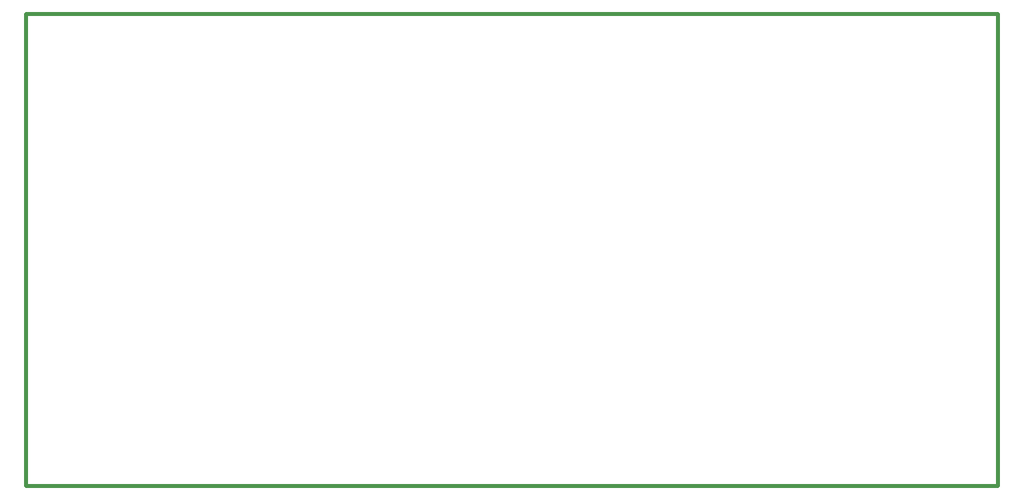
<source format=gko>
G04*
G04 #@! TF.GenerationSoftware,Altium Limited,CircuitStudio,1.5.2 (1.5.2.30)*
G04*
G04 Layer_Color=16720538*
%FSLAX44Y44*%
%MOMM*%
G71*
G01*
G75*
%ADD11C,0.5000*%
D11*
X247950Y250000D02*
Y850000D01*
X1480000D01*
Y250000D02*
Y850000D01*
X247950Y250000D02*
X1480000D01*
M02*

</source>
